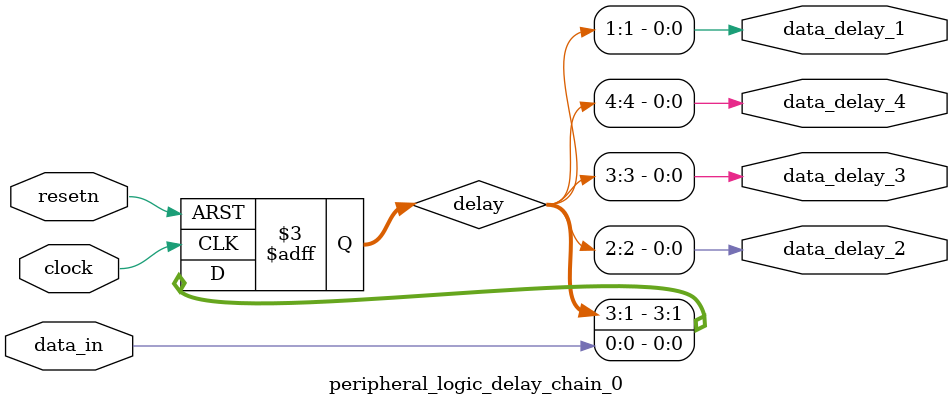
<source format=sv>
module peripheral_logic_delay_chain_0(
	input  wire clock,
	input  wire resetn,
	input  wire data_in,
	output wire data_delay_1,
	output wire data_delay_2,
	output wire data_delay_3,
	output wire data_delay_4
);

reg [4:1] delay;

assign data_delay_1 = delay[1];
assign data_delay_2 = delay[2];
assign data_delay_3 = delay[3];
assign data_delay_4 = delay[4];

always @(posedge clock or negedge resetn)
begin
	if(~resetn)
		delay <= 4'b0;
	else
		delay <= {delay[3:1], data_in};
end

endmodule


</source>
